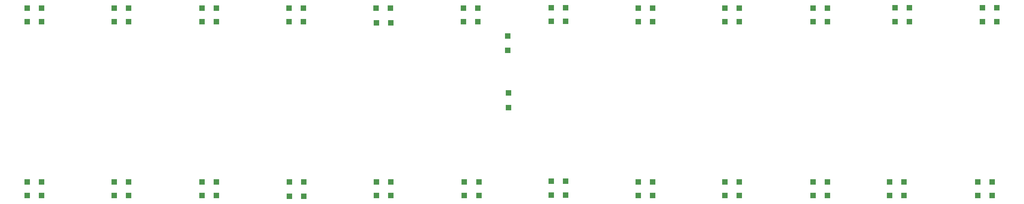
<source format=gbr>
%TF.GenerationSoftware,KiCad,Pcbnew,6.0.8+dfsg-1*%
%TF.CreationDate,2022-10-27T21:27:42-03:00*%
%TF.ProjectId,Calebe94,43616c65-6265-4393-942e-6b696361645f,rev?*%
%TF.SameCoordinates,Original*%
%TF.FileFunction,Paste,Top*%
%TF.FilePolarity,Positive*%
%FSLAX46Y46*%
G04 Gerber Fmt 4.6, Leading zero omitted, Abs format (unit mm)*
G04 Created by KiCad (PCBNEW 6.0.8+dfsg-1) date 2022-10-27 21:27:42*
%MOMM*%
%LPD*%
G01*
G04 APERTURE LIST*
%ADD10R,1.200000X1.200000*%
G04 APERTURE END LIST*
D10*
%TO.C,D40*%
X90275000Y-114000000D03*
X87125000Y-114000000D03*
%TD*%
%TO.C,D24*%
X166425000Y-113900000D03*
X163275000Y-113900000D03*
%TD*%
%TO.C,D37*%
X90275000Y-73000000D03*
X87125000Y-73000000D03*
%TD*%
%TO.C,D22*%
X166425000Y-75900000D03*
X163275000Y-75900000D03*
%TD*%
%TO.C,D15*%
X204215000Y-111000000D03*
X201065000Y-111000000D03*
%TD*%
%TO.C,D27*%
X147475000Y-111000000D03*
X144325000Y-111000000D03*
%TD*%
%TO.C,D42*%
X71125000Y-76000000D03*
X67975000Y-76000000D03*
%TD*%
%TO.C,D49*%
X153975000Y-94750000D03*
X153975000Y-91600000D03*
%TD*%
%TO.C,D10*%
X223475000Y-76000000D03*
X220325000Y-76000000D03*
%TD*%
%TO.C,D7*%
X240125000Y-111000000D03*
X236975000Y-111000000D03*
%TD*%
%TO.C,D3*%
X259375000Y-111000000D03*
X256225000Y-111000000D03*
%TD*%
%TO.C,D44*%
X71125000Y-114000000D03*
X67975000Y-114000000D03*
%TD*%
%TO.C,D23*%
X166425000Y-110900000D03*
X163275000Y-110900000D03*
%TD*%
%TO.C,D19*%
X185375000Y-111000000D03*
X182225000Y-111000000D03*
%TD*%
%TO.C,D18*%
X185375000Y-76000000D03*
X182225000Y-76000000D03*
%TD*%
%TO.C,D13*%
X204225000Y-73000000D03*
X201075000Y-73000000D03*
%TD*%
%TO.C,D32*%
X128325000Y-114000000D03*
X125175000Y-114000000D03*
%TD*%
%TO.C,D16*%
X204225000Y-114000000D03*
X201075000Y-114000000D03*
%TD*%
%TO.C,D1*%
X260375000Y-72900000D03*
X257225000Y-72900000D03*
%TD*%
%TO.C,D30*%
X128325000Y-76200000D03*
X125175000Y-76200000D03*
%TD*%
%TO.C,D46*%
X52175000Y-76000000D03*
X49025000Y-76000000D03*
%TD*%
%TO.C,D14*%
X204225000Y-76000000D03*
X201075000Y-76000000D03*
%TD*%
%TO.C,D35*%
X109325000Y-111000000D03*
X106175000Y-111000000D03*
%TD*%
%TO.C,D8*%
X240125000Y-114000000D03*
X236975000Y-114000000D03*
%TD*%
%TO.C,D34*%
X109225000Y-76000000D03*
X106075000Y-76000000D03*
%TD*%
%TO.C,D31*%
X128325000Y-111000000D03*
X125175000Y-111000000D03*
%TD*%
%TO.C,D47*%
X52175000Y-111000000D03*
X49025000Y-111000000D03*
%TD*%
%TO.C,D17*%
X185375000Y-73000000D03*
X182225000Y-73000000D03*
%TD*%
%TO.C,D45*%
X52175000Y-73000000D03*
X49025000Y-73000000D03*
%TD*%
%TO.C,D26*%
X147275000Y-76000000D03*
X144125000Y-76000000D03*
%TD*%
%TO.C,D29*%
X128225000Y-73000000D03*
X125075000Y-73000000D03*
%TD*%
%TO.C,D6*%
X241325000Y-76000000D03*
X238175000Y-76000000D03*
%TD*%
%TO.C,D41*%
X71125000Y-73000000D03*
X67975000Y-73000000D03*
%TD*%
%TO.C,D28*%
X147475000Y-114000000D03*
X144325000Y-114000000D03*
%TD*%
%TO.C,D48*%
X52175000Y-114000000D03*
X49025000Y-114000000D03*
%TD*%
%TO.C,D4*%
X259375000Y-114000000D03*
X256225000Y-114000000D03*
%TD*%
%TO.C,D21*%
X166425000Y-72900000D03*
X163275000Y-72900000D03*
%TD*%
%TO.C,D9*%
X223475000Y-73000000D03*
X220325000Y-73000000D03*
%TD*%
%TO.C,D33*%
X109225000Y-73000000D03*
X106075000Y-73000000D03*
%TD*%
%TO.C,D5*%
X241325000Y-72925000D03*
X238175000Y-72925000D03*
%TD*%
%TO.C,D11*%
X223475000Y-111000000D03*
X220325000Y-111000000D03*
%TD*%
%TO.C,D50*%
X153800000Y-79125000D03*
X153800000Y-82275000D03*
%TD*%
%TO.C,D25*%
X147275000Y-73000000D03*
X144125000Y-73000000D03*
%TD*%
%TO.C,D12*%
X223475000Y-114000000D03*
X220325000Y-114000000D03*
%TD*%
%TO.C,D43*%
X71125000Y-111000000D03*
X67975000Y-111000000D03*
%TD*%
%TO.C,D38*%
X90275000Y-76000000D03*
X87125000Y-76000000D03*
%TD*%
%TO.C,D20*%
X185375000Y-114000000D03*
X182225000Y-114000000D03*
%TD*%
%TO.C,D39*%
X90275000Y-111000000D03*
X87125000Y-111000000D03*
%TD*%
%TO.C,D36*%
X109325000Y-114200000D03*
X106175000Y-114200000D03*
%TD*%
%TO.C,D2*%
X260375000Y-76000000D03*
X257225000Y-76000000D03*
%TD*%
M02*

</source>
